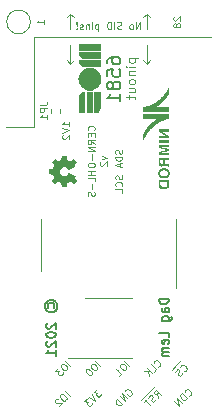
<source format=gbr>
G04 #@! TF.GenerationSoftware,KiCad,Pcbnew,5.1.9-1.fc33*
G04 #@! TF.CreationDate,2021-04-21T18:28:19+02:00*
G04 #@! TF.ProjectId,reDIP-SID,72654449-502d-4534-9944-2e6b69636164,0.2*
G04 #@! TF.SameCoordinates,PX5e28010PY8011a50*
G04 #@! TF.FileFunction,Legend,Bot*
G04 #@! TF.FilePolarity,Positive*
%FSLAX46Y46*%
G04 Gerber Fmt 4.6, Leading zero omitted, Abs format (unit mm)*
G04 Created by KiCad (PCBNEW 5.1.9-1.fc33) date 2021-04-21 18:28:19*
%MOMM*%
%LPD*%
G01*
G04 APERTURE LIST*
%ADD10C,0.120000*%
%ADD11C,0.150000*%
%ADD12C,0.100000*%
G04 APERTURE END LIST*
D10*
X5666193Y5182336D02*
X5241928Y5606600D01*
X4959086Y5323757D02*
X4878274Y5242945D01*
X4858071Y5182336D01*
X4858071Y5101523D01*
X4918680Y5000508D01*
X5060101Y4859087D01*
X5161116Y4798478D01*
X5241928Y4798478D01*
X5302538Y4818681D01*
X5383350Y4899493D01*
X5403553Y4960102D01*
X5403553Y5040914D01*
X5342944Y5141929D01*
X5201522Y5283351D01*
X5100507Y5343960D01*
X5019695Y5343960D01*
X4959086Y5323757D01*
X4635837Y5000508D02*
X4373197Y4737868D01*
X4676243Y4717665D01*
X4615634Y4657056D01*
X4595431Y4596447D01*
X4595431Y4556041D01*
X4615634Y4495432D01*
X4716649Y4394417D01*
X4777258Y4374214D01*
X4817664Y4374214D01*
X4878274Y4394417D01*
X4999492Y4515635D01*
X5019695Y4576244D01*
X5019695Y4616650D01*
X5596193Y2612336D02*
X5171928Y3036600D01*
X4889086Y2753757D02*
X4808274Y2672945D01*
X4788071Y2612336D01*
X4788071Y2531523D01*
X4848680Y2430508D01*
X4990101Y2289087D01*
X5091116Y2228478D01*
X5171928Y2228478D01*
X5232538Y2248681D01*
X5313350Y2329493D01*
X5333553Y2390102D01*
X5333553Y2470914D01*
X5272944Y2571929D01*
X5131522Y2713351D01*
X5030507Y2773960D01*
X4949695Y2773960D01*
X4889086Y2753757D01*
X4586040Y2369899D02*
X4545634Y2369899D01*
X4485025Y2349696D01*
X4384009Y2248681D01*
X4363806Y2188072D01*
X4363806Y2147665D01*
X4384009Y2087056D01*
X4424416Y2046650D01*
X4505228Y2006244D01*
X4990101Y2006244D01*
X4727461Y1743604D01*
X8176193Y5192336D02*
X7751928Y5616600D01*
X7469086Y5333757D02*
X7388274Y5252945D01*
X7368071Y5192336D01*
X7368071Y5111523D01*
X7428680Y5010508D01*
X7570101Y4869087D01*
X7671116Y4808478D01*
X7751928Y4808478D01*
X7812538Y4828681D01*
X7893350Y4909493D01*
X7913553Y4970102D01*
X7913553Y5050914D01*
X7852944Y5151929D01*
X7711522Y5293351D01*
X7610507Y5353960D01*
X7529695Y5353960D01*
X7469086Y5333757D01*
X7024619Y4889290D02*
X6984213Y4848884D01*
X6964009Y4788275D01*
X6964009Y4747868D01*
X6984213Y4687259D01*
X7044822Y4586244D01*
X7145837Y4485229D01*
X7246852Y4424620D01*
X7307461Y4404417D01*
X7347867Y4404417D01*
X7408477Y4424620D01*
X7448883Y4465026D01*
X7469086Y4525635D01*
X7469086Y4566041D01*
X7448883Y4626650D01*
X7388274Y4727665D01*
X7287258Y4828681D01*
X7186243Y4889290D01*
X7125634Y4909493D01*
X7085228Y4909493D01*
X7024619Y4889290D01*
X13054061Y5101016D02*
X13094467Y5101016D01*
X13175279Y5141422D01*
X13215685Y5181828D01*
X13256091Y5262640D01*
X13256091Y5343452D01*
X13235888Y5404062D01*
X13175279Y5505077D01*
X13114670Y5565686D01*
X13013654Y5626295D01*
X12953045Y5646498D01*
X12872233Y5646498D01*
X12791421Y5606092D01*
X12751015Y5565686D01*
X12710609Y5484874D01*
X12710609Y5444468D01*
X12710609Y4676752D02*
X12912639Y4878782D01*
X12488375Y5303046D01*
X12569187Y4535330D02*
X12144923Y4959594D01*
X12326751Y4292894D02*
X12266142Y4717158D01*
X11902487Y4717158D02*
X12387360Y4717158D01*
X15068383Y5629942D02*
X14644119Y5205678D01*
X15292233Y4719188D02*
X15332639Y4719188D01*
X15413451Y4759594D01*
X15453857Y4800000D01*
X15494264Y4880813D01*
X15494264Y4961625D01*
X15474061Y5022234D01*
X15413451Y5123249D01*
X15352842Y5183858D01*
X15251827Y5244468D01*
X15191218Y5264671D01*
X15110406Y5264671D01*
X15029593Y5224265D01*
X14989187Y5183858D01*
X14948781Y5103046D01*
X14948781Y5062640D01*
X14644119Y5205678D02*
X14240058Y4801617D01*
X15150812Y4537361D02*
X15110406Y4456549D01*
X15009390Y4355533D01*
X14948781Y4335330D01*
X14908375Y4335330D01*
X14847766Y4355533D01*
X14807360Y4395939D01*
X14787157Y4456549D01*
X14787157Y4496955D01*
X14807360Y4557564D01*
X14867969Y4658579D01*
X14888172Y4719188D01*
X14888172Y4759594D01*
X14867969Y4820204D01*
X14827563Y4860610D01*
X14766954Y4880813D01*
X14726548Y4880813D01*
X14665938Y4860610D01*
X14564923Y4759594D01*
X14524517Y4678782D01*
X7882944Y3187615D02*
X7620304Y2924975D01*
X7923350Y2904772D01*
X7862741Y2844163D01*
X7842538Y2783554D01*
X7842538Y2743148D01*
X7862741Y2682539D01*
X7963756Y2581523D01*
X8024365Y2561320D01*
X8064771Y2561320D01*
X8125380Y2581523D01*
X8246599Y2702742D01*
X8266802Y2763351D01*
X8266802Y2803757D01*
X7499086Y2803757D02*
X7781928Y2238072D01*
X7216243Y2520914D01*
X7115228Y2419899D02*
X6852588Y2157259D01*
X7155634Y2137056D01*
X7095025Y2076447D01*
X7074822Y2015838D01*
X7074822Y1975432D01*
X7095025Y1914823D01*
X7196040Y1813807D01*
X7256649Y1793604D01*
X7297055Y1793604D01*
X7357664Y1813807D01*
X7478883Y1935026D01*
X7499086Y1995635D01*
X7499086Y2036041D01*
X10291116Y3025381D02*
X10311319Y3085991D01*
X10371928Y3146600D01*
X10452741Y3187006D01*
X10533553Y3187006D01*
X10594162Y3166803D01*
X10695177Y3106194D01*
X10755786Y3045584D01*
X10816396Y2944569D01*
X10836599Y2883960D01*
X10836599Y2803148D01*
X10796193Y2722336D01*
X10755786Y2681929D01*
X10674974Y2641523D01*
X10634568Y2641523D01*
X10493147Y2782945D01*
X10573959Y2863757D01*
X10493147Y2419290D02*
X10068883Y2843554D01*
X10250710Y2176853D01*
X9826446Y2601117D01*
X10048680Y1974823D02*
X9624416Y2399087D01*
X9523400Y2298072D01*
X9482994Y2217259D01*
X9482994Y2136447D01*
X9503197Y2075838D01*
X9563806Y1974823D01*
X9624416Y1914214D01*
X9725431Y1853604D01*
X9786040Y1833401D01*
X9866852Y1833401D01*
X9947664Y1873807D01*
X10048680Y1974823D01*
X15684568Y2651523D02*
X15724974Y2651523D01*
X15805786Y2691929D01*
X15846193Y2732336D01*
X15886599Y2813148D01*
X15886599Y2893960D01*
X15866396Y2954569D01*
X15805786Y3055584D01*
X15745177Y3116194D01*
X15644162Y3176803D01*
X15583553Y3197006D01*
X15502741Y3197006D01*
X15421928Y3156600D01*
X15381522Y3116194D01*
X15341116Y3035381D01*
X15341116Y2994975D01*
X15543147Y2429290D02*
X15118883Y2853554D01*
X15017867Y2752539D01*
X14977461Y2671726D01*
X14977461Y2590914D01*
X14997664Y2530305D01*
X15058274Y2429290D01*
X15118883Y2368681D01*
X15219898Y2308072D01*
X15280507Y2287868D01*
X15361319Y2287868D01*
X15442132Y2328275D01*
X15543147Y2429290D01*
X15118883Y2005026D02*
X14694619Y2429290D01*
X14876446Y1762589D01*
X14452182Y2186853D01*
X12810008Y3441566D02*
X12385744Y3017302D01*
X13074264Y2490407D02*
X13013654Y2833858D01*
X13316700Y2732843D02*
X12892436Y3157107D01*
X12730812Y2995483D01*
X12710609Y2934874D01*
X12710609Y2894468D01*
X12730812Y2833858D01*
X12791421Y2773249D01*
X12852030Y2753046D01*
X12892436Y2753046D01*
X12953045Y2773249D01*
X13114670Y2934874D01*
X12385744Y3017302D02*
X11981683Y2613241D01*
X12892436Y2348985D02*
X12852030Y2268173D01*
X12751015Y2167158D01*
X12690406Y2146955D01*
X12650000Y2146955D01*
X12589390Y2167158D01*
X12548984Y2207564D01*
X12528781Y2268173D01*
X12528781Y2308579D01*
X12548984Y2369188D01*
X12609593Y2470204D01*
X12629796Y2530813D01*
X12629796Y2571219D01*
X12609593Y2631828D01*
X12569187Y2672234D01*
X12508578Y2692437D01*
X12468172Y2692437D01*
X12407563Y2672234D01*
X12306548Y2571219D01*
X12266142Y2490407D01*
X11981683Y2613241D02*
X11658434Y2289992D01*
X12124720Y2389391D02*
X11882284Y2146955D01*
X12427766Y1843909D02*
X12003502Y2268173D01*
X10666193Y5192336D02*
X10241928Y5616600D01*
X9959086Y5333757D02*
X9878274Y5252945D01*
X9858071Y5192336D01*
X9858071Y5111523D01*
X9918680Y5010508D01*
X10060101Y4869087D01*
X10161116Y4808478D01*
X10241928Y4808478D01*
X10302538Y4828681D01*
X10383350Y4909493D01*
X10403553Y4970102D01*
X10403553Y5050914D01*
X10342944Y5151929D01*
X10201522Y5293351D01*
X10100507Y5353960D01*
X10019695Y5353960D01*
X9959086Y5333757D01*
X9797461Y4323604D02*
X10039898Y4566041D01*
X9918680Y4444823D02*
X9494416Y4869087D01*
X9595431Y4848884D01*
X9676243Y4848884D01*
X9736852Y4869087D01*
X14438571Y34747143D02*
X14410000Y34718572D01*
X14381428Y34661429D01*
X14381428Y34518572D01*
X14410000Y34461429D01*
X14438571Y34432858D01*
X14495714Y34404286D01*
X14552857Y34404286D01*
X14638571Y34432858D01*
X14981428Y34775715D01*
X14981428Y34404286D01*
X14638571Y34061429D02*
X14610000Y34118572D01*
X14581428Y34147143D01*
X14524285Y34175715D01*
X14495714Y34175715D01*
X14438571Y34147143D01*
X14410000Y34118572D01*
X14381428Y34061429D01*
X14381428Y33947143D01*
X14410000Y33890000D01*
X14438571Y33861429D01*
X14495714Y33832858D01*
X14524285Y33832858D01*
X14581428Y33861429D01*
X14610000Y33890000D01*
X14638571Y33947143D01*
X14638571Y34061429D01*
X14667142Y34118572D01*
X14695714Y34147143D01*
X14752857Y34175715D01*
X14867142Y34175715D01*
X14924285Y34147143D01*
X14952857Y34118572D01*
X14981428Y34061429D01*
X14981428Y33947143D01*
X14952857Y33890000D01*
X14924285Y33861429D01*
X14867142Y33832858D01*
X14752857Y33832858D01*
X14695714Y33861429D01*
X14667142Y33890000D01*
X14638571Y33947143D01*
D11*
X8777619Y30801905D02*
X8777619Y31011429D01*
X8830000Y31116191D01*
X8882380Y31168572D01*
X9039523Y31273334D01*
X9249047Y31325715D01*
X9668095Y31325715D01*
X9772857Y31273334D01*
X9825238Y31220953D01*
X9877619Y31116191D01*
X9877619Y30906667D01*
X9825238Y30801905D01*
X9772857Y30749524D01*
X9668095Y30697143D01*
X9406190Y30697143D01*
X9301428Y30749524D01*
X9249047Y30801905D01*
X9196666Y30906667D01*
X9196666Y31116191D01*
X9249047Y31220953D01*
X9301428Y31273334D01*
X9406190Y31325715D01*
X8777619Y29701905D02*
X8777619Y30225715D01*
X9301428Y30278096D01*
X9249047Y30225715D01*
X9196666Y30120953D01*
X9196666Y29859048D01*
X9249047Y29754286D01*
X9301428Y29701905D01*
X9406190Y29649524D01*
X9668095Y29649524D01*
X9772857Y29701905D01*
X9825238Y29754286D01*
X9877619Y29859048D01*
X9877619Y30120953D01*
X9825238Y30225715D01*
X9772857Y30278096D01*
X9249047Y29020953D02*
X9196666Y29125715D01*
X9144285Y29178096D01*
X9039523Y29230477D01*
X8987142Y29230477D01*
X8882380Y29178096D01*
X8830000Y29125715D01*
X8777619Y29020953D01*
X8777619Y28811429D01*
X8830000Y28706667D01*
X8882380Y28654286D01*
X8987142Y28601905D01*
X9039523Y28601905D01*
X9144285Y28654286D01*
X9196666Y28706667D01*
X9249047Y28811429D01*
X9249047Y29020953D01*
X9301428Y29125715D01*
X9353809Y29178096D01*
X9458571Y29230477D01*
X9668095Y29230477D01*
X9772857Y29178096D01*
X9825238Y29125715D01*
X9877619Y29020953D01*
X9877619Y28811429D01*
X9825238Y28706667D01*
X9772857Y28654286D01*
X9668095Y28601905D01*
X9458571Y28601905D01*
X9353809Y28654286D01*
X9301428Y28706667D01*
X9249047Y28811429D01*
X9877619Y27554286D02*
X9877619Y28182858D01*
X9877619Y27868572D02*
X8777619Y27868572D01*
X8934761Y27973334D01*
X9039523Y28078096D01*
X9091904Y28182858D01*
D10*
X11580000Y33688572D02*
X11580000Y34288572D01*
X11237142Y33688572D01*
X11237142Y34288572D01*
X10865714Y33688572D02*
X10922857Y33717143D01*
X10951428Y33745715D01*
X10980000Y33802858D01*
X10980000Y33974286D01*
X10951428Y34031429D01*
X10922857Y34060000D01*
X10865714Y34088572D01*
X10780000Y34088572D01*
X10722857Y34060000D01*
X10694285Y34031429D01*
X10665714Y33974286D01*
X10665714Y33802858D01*
X10694285Y33745715D01*
X10722857Y33717143D01*
X10780000Y33688572D01*
X10865714Y33688572D01*
X9980000Y33717143D02*
X9894285Y33688572D01*
X9751428Y33688572D01*
X9694285Y33717143D01*
X9665714Y33745715D01*
X9637142Y33802858D01*
X9637142Y33860000D01*
X9665714Y33917143D01*
X9694285Y33945715D01*
X9751428Y33974286D01*
X9865714Y34002858D01*
X9922857Y34031429D01*
X9951428Y34060000D01*
X9980000Y34117143D01*
X9980000Y34174286D01*
X9951428Y34231429D01*
X9922857Y34260000D01*
X9865714Y34288572D01*
X9722857Y34288572D01*
X9637142Y34260000D01*
X9380000Y33688572D02*
X9380000Y34288572D01*
X9094285Y33688572D02*
X9094285Y34288572D01*
X8951428Y34288572D01*
X8865714Y34260000D01*
X8808571Y34202858D01*
X8780000Y34145715D01*
X8751428Y34031429D01*
X8751428Y33945715D01*
X8780000Y33831429D01*
X8808571Y33774286D01*
X8865714Y33717143D01*
X8951428Y33688572D01*
X9094285Y33688572D01*
X8037142Y34088572D02*
X8037142Y33488572D01*
X8037142Y34060000D02*
X7980000Y34088572D01*
X7865714Y34088572D01*
X7808571Y34060000D01*
X7780000Y34031429D01*
X7751428Y33974286D01*
X7751428Y33802858D01*
X7780000Y33745715D01*
X7808571Y33717143D01*
X7865714Y33688572D01*
X7980000Y33688572D01*
X8037142Y33717143D01*
X7494285Y33688572D02*
X7494285Y34088572D01*
X7494285Y34288572D02*
X7522857Y34260000D01*
X7494285Y34231429D01*
X7465714Y34260000D01*
X7494285Y34288572D01*
X7494285Y34231429D01*
X7208571Y34088572D02*
X7208571Y33688572D01*
X7208571Y34031429D02*
X7180000Y34060000D01*
X7122857Y34088572D01*
X7037142Y34088572D01*
X6980000Y34060000D01*
X6951428Y34002858D01*
X6951428Y33688572D01*
X6694285Y33717143D02*
X6637142Y33688572D01*
X6522857Y33688572D01*
X6465714Y33717143D01*
X6437142Y33774286D01*
X6437142Y33802858D01*
X6465714Y33860000D01*
X6522857Y33888572D01*
X6608571Y33888572D01*
X6665714Y33917143D01*
X6694285Y33974286D01*
X6694285Y34002858D01*
X6665714Y34060000D01*
X6608571Y34088572D01*
X6522857Y34088572D01*
X6465714Y34060000D01*
X6180000Y33745715D02*
X6151428Y33717143D01*
X6180000Y33688572D01*
X6208571Y33717143D01*
X6180000Y33745715D01*
X6180000Y33688572D01*
X6180000Y33917143D02*
X6208571Y34260000D01*
X6180000Y34288572D01*
X6151428Y34260000D01*
X6180000Y33917143D01*
X6180000Y34288572D01*
X2540000Y25400000D02*
X200000Y25400000D01*
X17580000Y33020000D02*
X2540000Y33020000D01*
X2540000Y25400000D02*
X2540000Y33020000D01*
X7664285Y25110000D02*
X7692857Y25138572D01*
X7721428Y25224286D01*
X7721428Y25281429D01*
X7692857Y25367143D01*
X7635714Y25424286D01*
X7578571Y25452858D01*
X7464285Y25481429D01*
X7378571Y25481429D01*
X7264285Y25452858D01*
X7207142Y25424286D01*
X7150000Y25367143D01*
X7121428Y25281429D01*
X7121428Y25224286D01*
X7150000Y25138572D01*
X7178571Y25110000D01*
X7407142Y24852858D02*
X7407142Y24652858D01*
X7721428Y24567143D02*
X7721428Y24852858D01*
X7121428Y24852858D01*
X7121428Y24567143D01*
X7721428Y23967143D02*
X7435714Y24167143D01*
X7721428Y24310000D02*
X7121428Y24310000D01*
X7121428Y24081429D01*
X7150000Y24024286D01*
X7178571Y23995715D01*
X7235714Y23967143D01*
X7321428Y23967143D01*
X7378571Y23995715D01*
X7407142Y24024286D01*
X7435714Y24081429D01*
X7435714Y24310000D01*
X7721428Y23710000D02*
X7121428Y23710000D01*
X7721428Y23367143D01*
X7121428Y23367143D01*
X7492857Y23081429D02*
X7492857Y22624286D01*
X7121428Y22224286D02*
X7121428Y22110000D01*
X7150000Y22052858D01*
X7207142Y21995715D01*
X7321428Y21967143D01*
X7521428Y21967143D01*
X7635714Y21995715D01*
X7692857Y22052858D01*
X7721428Y22110000D01*
X7721428Y22224286D01*
X7692857Y22281429D01*
X7635714Y22338572D01*
X7521428Y22367143D01*
X7321428Y22367143D01*
X7207142Y22338572D01*
X7150000Y22281429D01*
X7121428Y22224286D01*
X7721428Y21710000D02*
X7121428Y21710000D01*
X7407142Y21710000D02*
X7407142Y21367143D01*
X7721428Y21367143D02*
X7121428Y21367143D01*
X7721428Y20795715D02*
X7721428Y21081429D01*
X7121428Y21081429D01*
X7492857Y20595715D02*
X7492857Y20138572D01*
X7692857Y19881429D02*
X7721428Y19795715D01*
X7721428Y19652858D01*
X7692857Y19595715D01*
X7664285Y19567143D01*
X7607142Y19538572D01*
X7550000Y19538572D01*
X7492857Y19567143D01*
X7464285Y19595715D01*
X7435714Y19652858D01*
X7407142Y19767143D01*
X7378571Y19824286D01*
X7350000Y19852858D01*
X7292857Y19881429D01*
X7235714Y19881429D01*
X7178571Y19852858D01*
X7150000Y19824286D01*
X7121428Y19767143D01*
X7121428Y19624286D01*
X7150000Y19538572D01*
X8341428Y22938572D02*
X8741428Y22795715D01*
X8341428Y22652858D01*
X8198571Y22452858D02*
X8170000Y22424286D01*
X8141428Y22367143D01*
X8141428Y22224286D01*
X8170000Y22167143D01*
X8198571Y22138572D01*
X8255714Y22110000D01*
X8312857Y22110000D01*
X8398571Y22138572D01*
X8741428Y22481429D01*
X8741428Y22110000D01*
X5670000Y30740000D02*
X5370000Y31040000D01*
X5970000Y31040000D02*
X5670000Y30740000D01*
X5670000Y32370000D02*
X5670000Y30740000D01*
X5670000Y33690000D02*
X5670000Y34980000D01*
X5670000Y34980000D02*
X5970000Y34680000D01*
X5370000Y34680000D02*
X5670000Y34980000D01*
X12130000Y34980000D02*
X12430000Y34680000D01*
X11830000Y34680000D02*
X12130000Y34980000D01*
X12130000Y33690000D02*
X12130000Y34980000D01*
X3401428Y34118572D02*
X3401428Y34461429D01*
X3401428Y34290000D02*
X2801428Y34290000D01*
X2887142Y34347143D01*
X2944285Y34404286D01*
X2972857Y34461429D01*
X12430000Y31040000D02*
X12130000Y30740000D01*
X12130000Y30740000D02*
X11830000Y31040000D01*
X12130000Y32370000D02*
X12130000Y30740000D01*
X10608571Y31226191D02*
X11408571Y31226191D01*
X10646666Y31226191D02*
X10608571Y31150000D01*
X10608571Y30997620D01*
X10646666Y30921429D01*
X10684761Y30883334D01*
X10760952Y30845239D01*
X10989523Y30845239D01*
X11065714Y30883334D01*
X11103809Y30921429D01*
X11141904Y30997620D01*
X11141904Y31150000D01*
X11103809Y31226191D01*
X11141904Y30502381D02*
X10608571Y30502381D01*
X10341904Y30502381D02*
X10380000Y30540477D01*
X10418095Y30502381D01*
X10380000Y30464286D01*
X10341904Y30502381D01*
X10418095Y30502381D01*
X10608571Y30121429D02*
X11141904Y30121429D01*
X10684761Y30121429D02*
X10646666Y30083334D01*
X10608571Y30007143D01*
X10608571Y29892858D01*
X10646666Y29816667D01*
X10722857Y29778572D01*
X11141904Y29778572D01*
X11141904Y29283334D02*
X11103809Y29359524D01*
X11065714Y29397620D01*
X10989523Y29435715D01*
X10760952Y29435715D01*
X10684761Y29397620D01*
X10646666Y29359524D01*
X10608571Y29283334D01*
X10608571Y29169048D01*
X10646666Y29092858D01*
X10684761Y29054762D01*
X10760952Y29016667D01*
X10989523Y29016667D01*
X11065714Y29054762D01*
X11103809Y29092858D01*
X11141904Y29169048D01*
X11141904Y29283334D01*
X10608571Y28330953D02*
X11141904Y28330953D01*
X10608571Y28673810D02*
X11027619Y28673810D01*
X11103809Y28635715D01*
X11141904Y28559524D01*
X11141904Y28445239D01*
X11103809Y28369048D01*
X11065714Y28330953D01*
X10608571Y28064286D02*
X10608571Y27759524D01*
X10341904Y27950000D02*
X11027619Y27950000D01*
X11103809Y27911905D01*
X11141904Y27835715D01*
X11141904Y27759524D01*
X2270000Y34290000D02*
G75*
G03*
X2270000Y34290000I-1000000J0D01*
G01*
D11*
X3802380Y10086191D02*
X3764285Y10162381D01*
X3764285Y10314762D01*
X3802380Y10390953D01*
X3878571Y10467143D01*
X3954761Y10505239D01*
X4107142Y10505239D01*
X4183333Y10467143D01*
X4259523Y10390953D01*
X4297619Y10314762D01*
X4297619Y10162381D01*
X4259523Y10086191D01*
X3497619Y10238572D02*
X3535714Y10429048D01*
X3650000Y10619524D01*
X3840476Y10733810D01*
X4030952Y10771905D01*
X4221428Y10733810D01*
X4411904Y10619524D01*
X4526190Y10429048D01*
X4564285Y10238572D01*
X4526190Y10048096D01*
X4411904Y9857620D01*
X4221428Y9743334D01*
X4030952Y9705239D01*
X3840476Y9743334D01*
X3650000Y9857620D01*
X3535714Y10048096D01*
X3497619Y10238572D01*
X3688095Y8790953D02*
X3650000Y8752858D01*
X3611904Y8676667D01*
X3611904Y8486191D01*
X3650000Y8410000D01*
X3688095Y8371905D01*
X3764285Y8333810D01*
X3840476Y8333810D01*
X3954761Y8371905D01*
X4411904Y8829048D01*
X4411904Y8333810D01*
X3611904Y7838572D02*
X3611904Y7762381D01*
X3650000Y7686191D01*
X3688095Y7648096D01*
X3764285Y7610000D01*
X3916666Y7571905D01*
X4107142Y7571905D01*
X4259523Y7610000D01*
X4335714Y7648096D01*
X4373809Y7686191D01*
X4411904Y7762381D01*
X4411904Y7838572D01*
X4373809Y7914762D01*
X4335714Y7952858D01*
X4259523Y7990953D01*
X4107142Y8029048D01*
X3916666Y8029048D01*
X3764285Y7990953D01*
X3688095Y7952858D01*
X3650000Y7914762D01*
X3611904Y7838572D01*
X3688095Y7267143D02*
X3650000Y7229048D01*
X3611904Y7152858D01*
X3611904Y6962381D01*
X3650000Y6886191D01*
X3688095Y6848096D01*
X3764285Y6810000D01*
X3840476Y6810000D01*
X3954761Y6848096D01*
X4411904Y7305239D01*
X4411904Y6810000D01*
X4411904Y6048096D02*
X4411904Y6505239D01*
X4411904Y6276667D02*
X3611904Y6276667D01*
X3726190Y6352858D01*
X3802380Y6429048D01*
X3840476Y6505239D01*
X13971904Y10848096D02*
X13171904Y10848096D01*
X13171904Y10657620D01*
X13210000Y10543334D01*
X13286190Y10467143D01*
X13362380Y10429048D01*
X13514761Y10390953D01*
X13629047Y10390953D01*
X13781428Y10429048D01*
X13857619Y10467143D01*
X13933809Y10543334D01*
X13971904Y10657620D01*
X13971904Y10848096D01*
X13971904Y9705239D02*
X13552857Y9705239D01*
X13476666Y9743334D01*
X13438571Y9819524D01*
X13438571Y9971905D01*
X13476666Y10048096D01*
X13933809Y9705239D02*
X13971904Y9781429D01*
X13971904Y9971905D01*
X13933809Y10048096D01*
X13857619Y10086191D01*
X13781428Y10086191D01*
X13705238Y10048096D01*
X13667142Y9971905D01*
X13667142Y9781429D01*
X13629047Y9705239D01*
X13438571Y8981429D02*
X14086190Y8981429D01*
X14162380Y9019524D01*
X14200476Y9057620D01*
X14238571Y9133810D01*
X14238571Y9248096D01*
X14200476Y9324286D01*
X13933809Y8981429D02*
X13971904Y9057620D01*
X13971904Y9210000D01*
X13933809Y9286191D01*
X13895714Y9324286D01*
X13819523Y9362381D01*
X13590952Y9362381D01*
X13514761Y9324286D01*
X13476666Y9286191D01*
X13438571Y9210000D01*
X13438571Y9057620D01*
X13476666Y8981429D01*
X13971904Y7610000D02*
X13971904Y7990953D01*
X13171904Y7990953D01*
X13933809Y7038572D02*
X13971904Y7114762D01*
X13971904Y7267143D01*
X13933809Y7343334D01*
X13857619Y7381429D01*
X13552857Y7381429D01*
X13476666Y7343334D01*
X13438571Y7267143D01*
X13438571Y7114762D01*
X13476666Y7038572D01*
X13552857Y7000477D01*
X13629047Y7000477D01*
X13705238Y7381429D01*
X13971904Y6657620D02*
X13438571Y6657620D01*
X13514761Y6657620D02*
X13476666Y6619524D01*
X13438571Y6543334D01*
X13438571Y6429048D01*
X13476666Y6352858D01*
X13552857Y6314762D01*
X13971904Y6314762D01*
X13552857Y6314762D02*
X13476666Y6276667D01*
X13438571Y6200477D01*
X13438571Y6086191D01*
X13476666Y6010000D01*
X13552857Y5971905D01*
X13971904Y5971905D01*
D10*
X10042857Y21304286D02*
X10071428Y21218572D01*
X10071428Y21075715D01*
X10042857Y21018572D01*
X10014285Y20990000D01*
X9957142Y20961429D01*
X9900000Y20961429D01*
X9842857Y20990000D01*
X9814285Y21018572D01*
X9785714Y21075715D01*
X9757142Y21190000D01*
X9728571Y21247143D01*
X9700000Y21275715D01*
X9642857Y21304286D01*
X9585714Y21304286D01*
X9528571Y21275715D01*
X9500000Y21247143D01*
X9471428Y21190000D01*
X9471428Y21047143D01*
X9500000Y20961429D01*
X10014285Y20361429D02*
X10042857Y20390000D01*
X10071428Y20475715D01*
X10071428Y20532858D01*
X10042857Y20618572D01*
X9985714Y20675715D01*
X9928571Y20704286D01*
X9814285Y20732858D01*
X9728571Y20732858D01*
X9614285Y20704286D01*
X9557142Y20675715D01*
X9500000Y20618572D01*
X9471428Y20532858D01*
X9471428Y20475715D01*
X9500000Y20390000D01*
X9528571Y20361429D01*
X10071428Y19818572D02*
X10071428Y20104286D01*
X9471428Y20104286D01*
X10032857Y23488572D02*
X10061428Y23402858D01*
X10061428Y23260000D01*
X10032857Y23202858D01*
X10004285Y23174286D01*
X9947142Y23145715D01*
X9890000Y23145715D01*
X9832857Y23174286D01*
X9804285Y23202858D01*
X9775714Y23260000D01*
X9747142Y23374286D01*
X9718571Y23431429D01*
X9690000Y23460000D01*
X9632857Y23488572D01*
X9575714Y23488572D01*
X9518571Y23460000D01*
X9490000Y23431429D01*
X9461428Y23374286D01*
X9461428Y23231429D01*
X9490000Y23145715D01*
X10061428Y22888572D02*
X9461428Y22888572D01*
X9461428Y22745715D01*
X9490000Y22660000D01*
X9547142Y22602858D01*
X9604285Y22574286D01*
X9718571Y22545715D01*
X9804285Y22545715D01*
X9918571Y22574286D01*
X9975714Y22602858D01*
X10032857Y22660000D01*
X10061428Y22745715D01*
X10061428Y22888572D01*
X9890000Y22317143D02*
X9890000Y22031429D01*
X10061428Y22374286D02*
X9461428Y22174286D01*
X10061428Y21974286D01*
X5571428Y25471429D02*
X5571428Y25814286D01*
X5571428Y25642858D02*
X4971428Y25642858D01*
X5057142Y25700000D01*
X5114285Y25757143D01*
X5142857Y25814286D01*
X4971428Y25300000D02*
X5571428Y25100000D01*
X4971428Y24900000D01*
X5028571Y24728572D02*
X5000000Y24700000D01*
X4971428Y24642858D01*
X4971428Y24500000D01*
X5000000Y24442858D01*
X5028571Y24414286D01*
X5085714Y24385715D01*
X5142857Y24385715D01*
X5228571Y24414286D01*
X5571428Y24757143D01*
X5571428Y24385715D01*
X3140000Y17590000D02*
X3140000Y13190000D01*
X14640000Y11740000D02*
X14640000Y17590000D01*
X3990000Y26913641D02*
X3990000Y26606359D01*
X4750000Y26913641D02*
X4750000Y26606359D01*
D12*
G36*
X7692846Y28335307D02*
G01*
X7692846Y26586940D01*
X7726712Y26553073D01*
X7768432Y26553073D01*
X7873901Y26573419D01*
X7986269Y26619879D01*
X8093771Y26697262D01*
X8184642Y26810376D01*
X8247115Y26964028D01*
X8269425Y27163025D01*
X8269425Y28335307D01*
X8235559Y28369173D01*
X7726712Y28369173D01*
X7692846Y28335307D01*
G37*
G36*
X7041572Y28340498D02*
G01*
X7041572Y26608188D01*
X7075438Y26574322D01*
X7551707Y26574322D01*
X7585574Y26608188D01*
X7585574Y28340498D01*
X7551707Y28374365D01*
X7075438Y28374365D01*
X7041572Y28340498D01*
G37*
G36*
X6361886Y27840920D02*
G01*
X6361886Y26625040D01*
X6395752Y26591173D01*
X6896979Y26591173D01*
X6930846Y26625040D01*
X6930846Y28341233D01*
X6896979Y28375100D01*
X6845520Y28375100D01*
X6712651Y28348068D01*
X6583150Y28280562D01*
X6471720Y28173154D01*
X6393065Y28026416D01*
X6361886Y27840920D01*
G37*
G36*
X6360192Y31037020D02*
G01*
X6360192Y30992622D01*
X6395944Y30823530D01*
X6482022Y30681551D01*
X6604945Y30572753D01*
X6751236Y30503205D01*
X6907414Y30478977D01*
X8235566Y30478977D01*
X8269432Y30512844D01*
X8269432Y31037020D01*
X8235566Y31070887D01*
X6394059Y31070887D01*
X6360192Y31037020D01*
G37*
G36*
X6360700Y31716259D02*
G01*
X6360700Y31671752D01*
X6397113Y31510943D01*
X6477416Y31370164D01*
X6592340Y31257928D01*
X6732619Y31182748D01*
X6888983Y31153137D01*
X8234268Y31153137D01*
X8268473Y31187342D01*
X8268473Y31716259D01*
X8234268Y31750464D01*
X6394906Y31750464D01*
X6360700Y31716259D01*
G37*
G36*
X6363579Y32373247D02*
G01*
X6363579Y31885192D01*
X6397258Y31851513D01*
X8234900Y31851513D01*
X8268579Y31885192D01*
X8268579Y32373247D01*
X8234900Y32406927D01*
X6397258Y32406927D01*
X6363579Y32373247D01*
G37*
G36*
X7310000Y28469214D02*
G01*
X7467156Y28481936D01*
X7616237Y28518768D01*
X7755251Y28577708D01*
X7882201Y28656755D01*
X7995094Y28753909D01*
X8091933Y28867167D01*
X8170725Y28994529D01*
X8229475Y29133993D01*
X8266188Y29283559D01*
X8278869Y29441224D01*
X8266188Y29598889D01*
X8229475Y29748454D01*
X8170725Y29887918D01*
X8091933Y30015280D01*
X7995094Y30128538D01*
X7882201Y30225692D01*
X7755251Y30304739D01*
X7616237Y30363679D01*
X7467156Y30400511D01*
X7310000Y30413233D01*
X7152844Y30400511D01*
X7003763Y30363679D01*
X6864749Y30304739D01*
X6737799Y30225692D01*
X6624906Y30128538D01*
X6528067Y30015280D01*
X6449275Y29887918D01*
X6390525Y29748454D01*
X6353812Y29598889D01*
X6341131Y29441224D01*
X6353812Y29283559D01*
X6390525Y29133993D01*
X6449275Y28994529D01*
X6528067Y28867167D01*
X6624906Y28753909D01*
X6737799Y28656755D01*
X6864749Y28577708D01*
X7003763Y28518768D01*
X7152844Y28481936D01*
X7310000Y28469214D01*
G37*
G36*
X13361168Y20362321D02*
G01*
X13804474Y20165672D01*
X13730758Y20142807D01*
X13650065Y20129087D01*
X13562396Y20124514D01*
X13488610Y20128860D01*
X13411088Y20141870D01*
X13334508Y20166845D01*
X13263499Y20206993D01*
X13213132Y20250748D01*
X13174476Y20302633D01*
X13147531Y20362639D01*
X13133276Y20426218D01*
X13127687Y20504032D01*
X13127687Y20897803D01*
X14041747Y20897803D01*
X14041747Y20504032D01*
X14034926Y20425501D01*
X14014463Y20355602D01*
X13980358Y20294332D01*
X13932608Y20241692D01*
X13871214Y20197680D01*
X13804474Y20165672D01*
X13361168Y20362321D01*
X13418187Y20338038D01*
X13489603Y20323469D01*
X13575419Y20318612D01*
X13669529Y20325906D01*
X13749671Y20347751D01*
X13823744Y20392407D01*
X13868184Y20455249D01*
X13882997Y20536276D01*
X13882997Y20712383D01*
X13286437Y20712383D01*
X13286437Y20536276D01*
X13294743Y20459070D01*
X13319656Y20401086D01*
X13361168Y20362321D01*
G37*
G36*
X11835945Y24831328D02*
G01*
X11865914Y24900672D01*
X11899912Y24970497D01*
X11937788Y25040627D01*
X11979391Y25110885D01*
X12024571Y25181095D01*
X12073176Y25251082D01*
X12125056Y25320669D01*
X12180060Y25389680D01*
X12238036Y25457938D01*
X12298834Y25525268D01*
X12362304Y25591493D01*
X12428293Y25656437D01*
X12496651Y25719925D01*
X12567227Y25781779D01*
X12639871Y25841824D01*
X12714431Y25899883D01*
X12790757Y25955781D01*
X12868697Y26009342D01*
X12948100Y26060388D01*
X11836510Y26060388D01*
X11836510Y26477618D01*
X14039948Y26477618D01*
X14039948Y26060388D01*
X14031763Y26060388D01*
X13951347Y26056872D01*
X13870603Y26048267D01*
X13789655Y26034781D01*
X13708629Y26016621D01*
X13627647Y25993996D01*
X13546836Y25967113D01*
X13466318Y25936178D01*
X13386218Y25901401D01*
X13306661Y25862989D01*
X13227771Y25821149D01*
X13149672Y25776089D01*
X13072488Y25728016D01*
X12996345Y25677139D01*
X12921366Y25623664D01*
X12847675Y25567799D01*
X12775398Y25509753D01*
X12704658Y25449732D01*
X12635579Y25387945D01*
X12568286Y25324598D01*
X12502904Y25259900D01*
X12439557Y25194059D01*
X12378368Y25127280D01*
X12319463Y25059774D01*
X12262965Y24991746D01*
X12209000Y24923405D01*
X12157691Y24854958D01*
X12109162Y24786613D01*
X12063539Y24718577D01*
X12020945Y24651059D01*
X11981505Y24584265D01*
X11945343Y24518404D01*
X11912584Y24453683D01*
X11883351Y24390309D01*
X11857769Y24328491D01*
X11835963Y24268435D01*
X11835783Y24299607D01*
X11835707Y24380106D01*
X11835708Y24490186D01*
X11835760Y24610096D01*
X11835835Y24720089D01*
X11835906Y24800415D01*
X11835945Y24831328D01*
G37*
G36*
X11835857Y27106832D02*
G01*
X11844059Y27106832D01*
X11924475Y27110341D01*
X12005219Y27118922D01*
X12086167Y27132371D01*
X12167193Y27150479D01*
X12248174Y27173041D01*
X12328986Y27199850D01*
X12409504Y27230699D01*
X12489604Y27265381D01*
X12569161Y27303689D01*
X12648051Y27345417D01*
X12726150Y27390359D01*
X12803333Y27438307D01*
X12879477Y27489054D01*
X12954456Y27542395D01*
X13028146Y27598122D01*
X13100424Y27656029D01*
X13171164Y27715909D01*
X13240242Y27777555D01*
X13307535Y27840761D01*
X13372917Y27905320D01*
X13436264Y27971024D01*
X13497453Y28037668D01*
X13556358Y28105045D01*
X13612855Y28172948D01*
X13666820Y28241171D01*
X13718129Y28309506D01*
X13766657Y28377747D01*
X13812280Y28445687D01*
X13854873Y28513120D01*
X13894313Y28579839D01*
X13930474Y28645637D01*
X13963233Y28710307D01*
X13992465Y28773643D01*
X14018046Y28835439D01*
X14039852Y28895486D01*
X14039721Y28859805D01*
X14039745Y28779348D01*
X14039858Y28672192D01*
X14039993Y28556412D01*
X14040085Y28450085D01*
X14040067Y28371288D01*
X14039873Y28338097D01*
X14009903Y28268735D01*
X13975904Y28198859D01*
X13938027Y28128649D01*
X13896423Y28058287D01*
X13851243Y27987951D01*
X13802638Y27917821D01*
X13750759Y27848079D01*
X13695755Y27778903D01*
X13637780Y27710473D01*
X13576982Y27642970D01*
X13513514Y27576574D01*
X13447525Y27511464D01*
X13379168Y27447820D01*
X13308592Y27385823D01*
X13235949Y27325652D01*
X13161389Y27267488D01*
X13085064Y27211510D01*
X13007124Y27157898D01*
X12927720Y27106832D01*
X14039314Y27106832D01*
X14039314Y26689602D01*
X11835857Y26688491D01*
X11835857Y27106832D01*
G37*
G36*
X14039176Y25183047D02*
G01*
X13125124Y25183047D01*
X13125124Y24982740D01*
X13763225Y24618744D01*
X13125124Y24618744D01*
X13125124Y24440767D01*
X14039176Y24440767D01*
X14039176Y24631761D01*
X13389914Y25005071D01*
X14039176Y25005071D01*
X14039176Y25183047D01*
G37*
G36*
X13125124Y24260339D02*
G01*
X14039176Y24260339D01*
X14039176Y24070580D01*
X13125124Y24070580D01*
X13125124Y24260339D01*
G37*
G36*
X13843840Y23434045D02*
G01*
X13125124Y23269104D01*
X13125124Y22994396D01*
X14039176Y22994396D01*
X14039176Y23172355D01*
X13420920Y23172355D01*
X13346196Y23171738D01*
X13272091Y23171120D01*
X14039176Y23344140D01*
X14039176Y23529542D01*
X13272091Y23701328D01*
X13346196Y23700710D01*
X13420920Y23700075D01*
X14039176Y23700075D01*
X14039176Y23878052D01*
X13125124Y23878052D01*
X13125124Y23600239D01*
X13843840Y23434045D01*
G37*
G36*
X13299996Y22293674D02*
G01*
X13125124Y22795359D01*
X14039176Y22795359D01*
X14039176Y22608704D01*
X13680749Y22608704D01*
X13680749Y22411501D01*
X13688040Y22340580D01*
X13709894Y22296461D01*
X13753615Y22273135D01*
X13826476Y22264534D01*
X13911432Y22263300D01*
X13990187Y22255239D01*
X14039176Y22242821D01*
X14039176Y22032600D01*
X14016232Y22032600D01*
X13964142Y22067331D01*
X13879187Y22072288D01*
X13817795Y22072288D01*
X13734009Y22078885D01*
X13674858Y22098658D01*
X13633395Y22134234D01*
X13602614Y22188264D01*
X13567350Y22123308D01*
X13513628Y22079732D01*
X13450145Y22055092D01*
X13385573Y22046870D01*
X13334571Y22051216D01*
X13289455Y22064227D01*
X13212560Y22111358D01*
X13175516Y22151286D01*
X13148688Y22199112D01*
X13131950Y22261990D01*
X13125124Y22347014D01*
X13125124Y22795359D01*
X13299996Y22293674D01*
X13342175Y22252286D01*
X13411619Y22238482D01*
X13475805Y22252751D01*
X13514557Y22295543D01*
X13525720Y22335853D01*
X13529441Y22392275D01*
X13529441Y22608704D01*
X13283874Y22608704D01*
X13283874Y22386701D01*
X13287910Y22332435D01*
X13299996Y22293674D01*
G37*
G36*
X13819035Y21659591D02*
G01*
X13485462Y21911386D01*
X13580910Y21916942D01*
X13674777Y21911386D01*
X13759412Y21894717D01*
X13834818Y21866936D01*
X13900994Y21828042D01*
X13957941Y21778036D01*
X14004611Y21720492D01*
X14037942Y21651393D01*
X14057937Y21570738D01*
X14064601Y21478528D01*
X14057937Y21386327D01*
X14037942Y21305673D01*
X14004611Y21236565D01*
X13957941Y21179002D01*
X13900994Y21129222D01*
X13834818Y21090502D01*
X13759412Y21062842D01*
X13674777Y21046246D01*
X13580910Y21040713D01*
X13485462Y21046246D01*
X13400036Y21062842D01*
X13324630Y21090502D01*
X13259245Y21129222D01*
X13203878Y21179002D01*
X13157218Y21236565D01*
X13123886Y21305673D01*
X13103885Y21386327D01*
X13097218Y21478528D01*
X13103885Y21570738D01*
X13123886Y21651393D01*
X13157218Y21720492D01*
X13203878Y21778036D01*
X13259245Y21828042D01*
X13324630Y21866936D01*
X13400036Y21894717D01*
X13485462Y21911386D01*
X13819035Y21659591D01*
X13755370Y21697153D01*
X13675995Y21719678D01*
X13580910Y21727183D01*
X13485825Y21719678D01*
X13406450Y21697153D01*
X13342785Y21659591D01*
X13296276Y21609438D01*
X13268371Y21549083D01*
X13259069Y21478528D01*
X13268408Y21408070D01*
X13296420Y21348026D01*
X13343095Y21298382D01*
X13406870Y21261348D01*
X13486143Y21239119D01*
X13580910Y21231707D01*
X13675995Y21239119D01*
X13755370Y21261348D01*
X13819035Y21298382D01*
X13865544Y21348026D01*
X13893449Y21408070D01*
X13902751Y21478528D01*
X13893449Y21549083D01*
X13865544Y21609438D01*
X13819035Y21659591D01*
G37*
G36*
X4966541Y20306016D02*
G01*
X4905879Y20632228D01*
X4889269Y20651536D01*
X4655986Y20751528D01*
X4630765Y20749941D01*
X4353746Y20559877D01*
X4331204Y20561961D01*
X4093813Y20799352D01*
X4091729Y20821874D01*
X4285166Y21103755D01*
X4286992Y21129095D01*
X4194421Y21355235D01*
X4175331Y21371904D01*
X3837928Y21434709D01*
X3823462Y21452112D01*
X3823462Y21787868D01*
X3837928Y21805251D01*
X4175331Y21868037D01*
X4194421Y21884706D01*
X4286992Y22110865D01*
X4285166Y22136205D01*
X4091729Y22418066D01*
X4093813Y22440609D01*
X4331204Y22678019D01*
X4353746Y22680103D01*
X4630765Y22490019D01*
X4655986Y22488452D01*
X4889269Y22588464D01*
X4905879Y22607772D01*
X4966541Y22933964D01*
X4983964Y22948430D01*
X5319700Y22948410D01*
X5337123Y22933944D01*
X5396337Y22615749D01*
X5413065Y22596858D01*
X5661211Y22497520D01*
X5686552Y22499406D01*
X5949938Y22680142D01*
X5972500Y22678059D01*
X6209891Y22440628D01*
X6211974Y22418086D01*
X6034393Y22159363D01*
X6033539Y22134558D01*
X6094460Y22020457D01*
X6087554Y22001704D01*
X5519090Y21766437D01*
X5497838Y21773343D01*
X5480355Y21801898D01*
X5466524Y21819956D01*
X5385324Y21910162D01*
X5278596Y21969773D01*
X5153767Y21991306D01*
X5036407Y21972376D01*
X4934482Y21919663D01*
X4854108Y21839286D01*
X4801399Y21737362D01*
X4782470Y21620010D01*
X4801399Y21502660D01*
X4854108Y21400741D01*
X4934482Y21320370D01*
X5036407Y21267662D01*
X5153767Y21248733D01*
X5278596Y21270262D01*
X5385324Y21329869D01*
X5466524Y21420084D01*
X5480355Y21438102D01*
X5497838Y21466657D01*
X5519090Y21473563D01*
X6087574Y21238315D01*
X6094479Y21219563D01*
X6033559Y21105461D01*
X6034412Y21080657D01*
X6211994Y20821914D01*
X6209911Y20799391D01*
X5972520Y20561961D01*
X5949957Y20559877D01*
X5686571Y20740634D01*
X5661231Y20742499D01*
X5413085Y20643162D01*
X5396357Y20624290D01*
X5337143Y20306096D01*
X5319720Y20291630D01*
X4983984Y20291590D01*
X4966541Y20306016D01*
G37*
D10*
X8890000Y5800000D02*
X5440000Y5800000D01*
X8890000Y5800000D02*
X10840000Y5800000D01*
X8890000Y10920000D02*
X6940000Y10920000D01*
X8890000Y10920000D02*
X10840000Y10920000D01*
X3091428Y27260000D02*
X3520000Y27260000D01*
X3605714Y27288572D01*
X3662857Y27345715D01*
X3691428Y27431429D01*
X3691428Y27488572D01*
X3691428Y26974286D02*
X3091428Y26974286D01*
X3091428Y26745715D01*
X3120000Y26688572D01*
X3148571Y26660000D01*
X3205714Y26631429D01*
X3291428Y26631429D01*
X3348571Y26660000D01*
X3377142Y26688572D01*
X3405714Y26745715D01*
X3405714Y26974286D01*
X3691428Y26060000D02*
X3691428Y26402858D01*
X3691428Y26231429D02*
X3091428Y26231429D01*
X3177142Y26288572D01*
X3234285Y26345715D01*
X3262857Y26402858D01*
M02*

</source>
